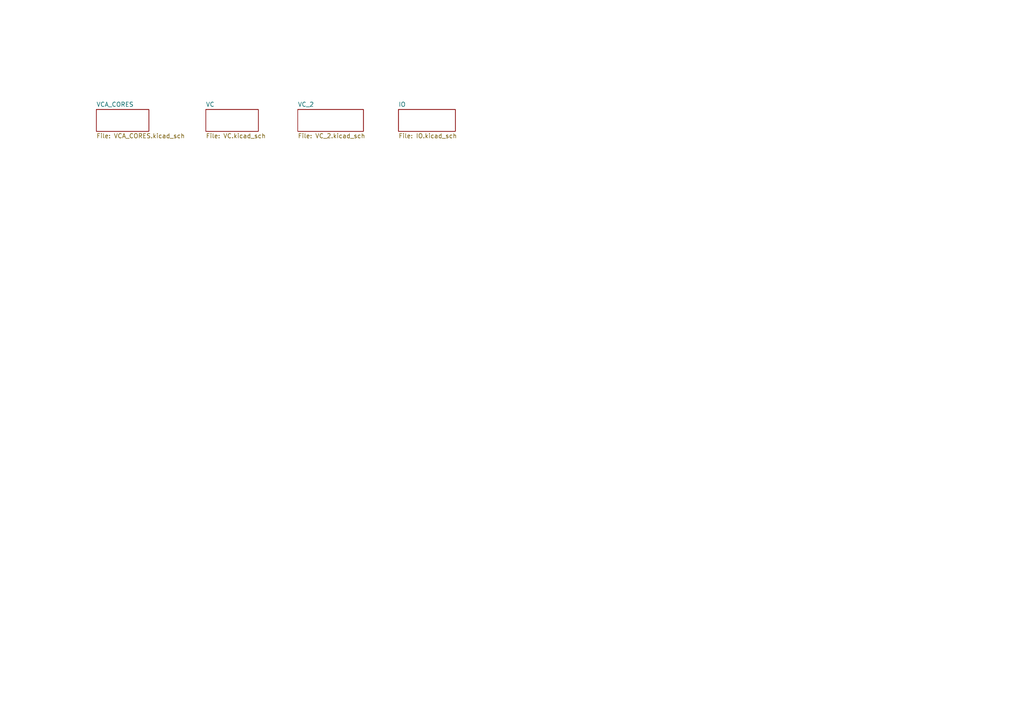
<source format=kicad_sch>
(kicad_sch (version 20230121) (generator eeschema)
  (paper "A4")
  (lib_symbols)
  (sheet (at 115.57 31.75) (size 16.51 6.35) (stroke (width 0.1524))
    (property "Sheetname" "IO" (at 115.57 31.0384 0) (effects (justify left bottom)))
    (property "Sheetfile" "IO.kicad_sch" (at 115.57 38.6846 0) (effects (justify left top)))
  )
  (sheet (at 86.36 31.75) (size 19.05 6.35) (stroke (width 0.1524))
    (property "Sheetname" "VC_2" (at 86.36 31.0384 0) (effects (justify left bottom)))
    (property "Sheetfile" "VC_2.kicad_sch" (at 86.36 38.6846 0) (effects (justify left top)))
  )
  (sheet (at 27.94 31.75) (size 15.24 6.35) (stroke (width 0.1524))
    (property "Sheetname" "VCA_CORES" (at 27.94 31.0384 0) (effects (justify left bottom)))
    (property "Sheetfile" "VCA_CORES.kicad_sch" (at 27.94 38.6846 0) (effects (justify left top)))
  )
  (sheet (at 59.69 31.75) (size 15.24 6.35) (stroke (width 0.1524))
    (property "Sheetname" "VC" (at 59.69 31.0384 0) (effects (justify left bottom)))
    (property "Sheetfile" "VC.kicad_sch" (at 59.69 38.6846 0) (effects (justify left top)))
  )
)
</source>
